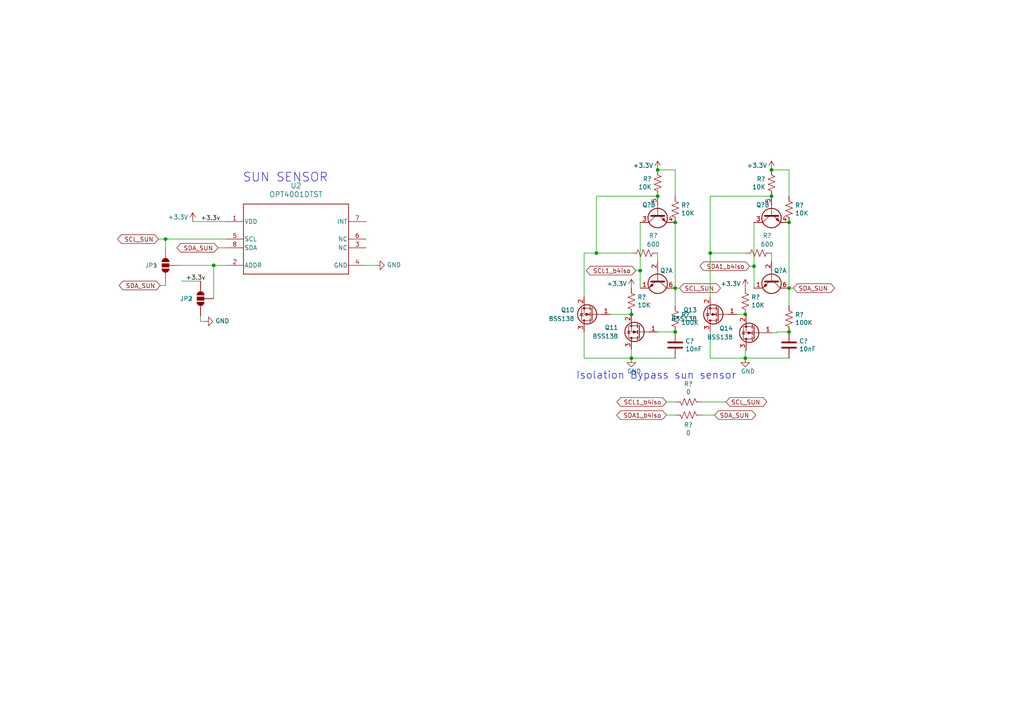
<source format=kicad_sch>
(kicad_sch (version 20230121) (generator eeschema)
  (paper "A4")
  (lib_symbols
    (symbol "Device:C" (pin_numbers hide) (pin_names (offset 0.254))
      (property "Reference" "C" (at 0.635 2.54 0))
      (property "Value" "C" (at 0.635 -2.54 0))
      (symbol "C_0_1"
        (polyline (pts (xy -2.032 -0.762) (xy 2.032 -0.762)) (stroke (width 0.508)))
        (polyline (pts (xy -2.032 0.762) (xy 2.032 0.762)) (stroke (width 0.508)))
      )
      (symbol "C_1_1"
        (pin passive line (at 0 3.81 270) (length 2.794) (name "~") (number "1"))
        (pin passive line (at 0 -3.81 90) (length 2.794) (name "~") (number "2"))
      )
    )
    (symbol "Device:R_US" (pin_numbers hide) (pin_names (offset 0))
      (property "Reference" "R" (at 2.54 0 90))
      (property "Value" "R_US" (at -2.54 0 90))
      (symbol "R_US_0_1"
        (polyline (pts (xy 0 -2.286) (xy 0 -2.54)))
        (polyline (pts (xy 0 2.286) (xy 0 2.54)))
        (polyline (pts (xy 0 -0.762) (xy 1.016 -1.143) (xy 0 -1.524) (xy -1.016 -1.905) (xy 0 -2.286)))
        (polyline (pts (xy 0 0.762) (xy 1.016 0.381) (xy 0 0) (xy -1.016 -0.381) (xy 0 -0.762)))
        (polyline (pts (xy 0 2.286) (xy 1.016 1.905) (xy 0 1.524) (xy -1.016 1.143) (xy 0 0.762)))
      )
      (symbol "R_US_1_1"
        (pin passive line (at 0 3.81 270) (length 1.27) (name "~") (number "1"))
        (pin passive line (at 0 -3.81 90) (length 1.27) (name "~") (number "2"))
      )
    )
    (symbol "OPT4001DTST:OPT4001DTST" (pin_names (offset 0.254))
      (property "Reference" "U" (at 0 2.54 0))
      (property "Value" "OPT4001DTST" (at 0 0 0))
      (symbol "OPT4001DTST_0_1"
        (polyline (pts (xy 5.08 -15.24) (xy 35.56 -15.24)) (stroke (width 0.2032)))
        (polyline (pts (xy 5.08 5.08) (xy 5.08 -15.24)) (stroke (width 0.2032)))
        (polyline (pts (xy 35.56 -15.24) (xy 35.56 5.08)) (stroke (width 0.2032)))
        (polyline (pts (xy 35.56 5.08) (xy 5.08 5.08)) (stroke (width 0.2032)))
        (pin power_in line (at 0 0 0) (length 5.08) (name "VDD") (number "1"))
        (pin input line (at 0 -12.7 0) (length 5.08) (name "ADDR") (number "2"))
        (pin unspecified line (at 40.64 -7.62 180) (length 5.08) (name "NC") (number "3"))
        (pin power_in line (at 40.64 -12.7 180) (length 5.08) (name "GND") (number "4"))
        (pin input line (at 0 -5.08 0) (length 5.08) (name "SCL") (number "5"))
        (pin unspecified line (at 40.64 -5.08 180) (length 5.08) (name "NC") (number "6"))
        (pin open_collector line (at 40.64 0 180) (length 5.08) (name "INT") (number "7"))
        (pin bidirectional line (at 0 -7.62 0) (length 5.08) (name "SDA") (number "8"))
      )
    )
    (symbol "SparkFun-Jumper:SolderJumper_3_Open_No_Silk" (pin_numbers hide) (pin_names (offset 0) hide)
      (property "Reference" "JP" (at -2.54 -2.54 0))
      (property "Value" "~" (at 0 2.794 0))
      (symbol "SolderJumper_3_Open_No_Silk_0_1"
        (arc (start -1.016 1.016) (mid -2.0276 0) (end -1.016 -1.016))
        (arc (start -1.016 1.016) (mid -2.0276 0) (end -1.016 -1.016) (fill (type outline)))
        (rectangle (start -0.508 1.016) (end 0.508 -1.016) (fill (type outline)))
        (polyline (pts (xy -2.54 0) (xy -2.032 0)))
        (polyline (pts (xy -1.016 1.016) (xy -1.016 -1.016)))
        (polyline (pts (xy 0 -1.27) (xy 0 -1.016)))
        (polyline (pts (xy 1.016 1.016) (xy 1.016 -1.016)))
        (polyline (pts (xy 2.54 0) (xy 2.032 0)))
        (arc (start 1.016 -1.016) (mid 2.0276 0) (end 1.016 1.016))
        (arc (start 1.016 -1.016) (mid 2.0276 0) (end 1.016 1.016) (fill (type outline)))
      )
      (symbol "SolderJumper_3_Open_No_Silk_1_1"
        (pin passive line (at -5.08 0 0) (length 2.54) (name "A") (number "1"))
        (pin passive line (at 0 -3.81 90) (length 2.54) (name "C") (number "2"))
        (pin passive line (at 5.08 0 180) (length 2.54) (name "B") (number "3"))
      )
    )
    (symbol "Transistor_BJT:MBT2222ADW1T1" (pin_names (offset 0) hide)
      (property "Reference" "Q" (at 5.08 1.27 0))
      (property "Value" "MBT2222ADW1T1" (at 5.08 -1.27 0))
      (symbol "MBT2222ADW1T1_0_1"
        (polyline (pts (xy 0.635 0) (xy -2.54 0)))
        (polyline (pts (xy 0.635 0.635) (xy 2.54 2.54)))
        (polyline (pts (xy 0.635 -0.635) (xy 2.54 -2.54) (xy 2.54 -2.54)))
        (polyline (pts (xy 0.635 1.905) (xy 0.635 -1.905) (xy 0.635 -1.905)) (stroke (width 0.508)))
        (polyline (pts (xy 1.27 -1.778) (xy 1.778 -1.27) (xy 2.286 -2.286) (xy 1.27 -1.778) (xy 1.27 -1.778)) (fill (type outline)))
        (circle (center 1.27 0) (radius 2.8194) (stroke (width 0.254)))
      )
      (symbol "MBT2222ADW1T1_1_1"
        (pin passive line (at 2.54 -5.08 90) (length 2.54) (name "E1") (number "1"))
        (pin input line (at -5.08 0 0) (length 2.54) (name "B1") (number "2"))
        (pin passive line (at 2.54 5.08 270) (length 2.54) (name "C1") (number "6"))
      )
      (symbol "MBT2222ADW1T1_2_1"
        (pin passive line (at 2.54 5.08 270) (length 2.54) (name "C2") (number "3"))
        (pin passive line (at 2.54 -5.08 90) (length 2.54) (name "E2") (number "4"))
        (pin input line (at -5.08 0 0) (length 2.54) (name "B2") (number "5"))
      )
    )
    (symbol "Transistor_FET:BSS138" (pin_names hide)
      (property "Reference" "Q" (at 5.08 1.905 0))
      (property "Value" "BSS138" (at 5.08 0 0))
      (symbol "BSS138_0_1"
        (polyline (pts (xy 0.254 0) (xy -2.54 0)))
        (polyline (pts (xy 0.254 1.905) (xy 0.254 -1.905)) (stroke (width 0.254)))
        (polyline (pts (xy 0.762 -1.27) (xy 0.762 -2.286)) (stroke (width 0.254)))
        (polyline (pts (xy 0.762 0.508) (xy 0.762 -0.508)) (stroke (width 0.254)))
        (polyline (pts (xy 0.762 2.286) (xy 0.762 1.27)) (stroke (width 0.254)))
        (polyline (pts (xy 2.54 2.54) (xy 2.54 1.778)))
        (polyline (pts (xy 2.54 -2.54) (xy 2.54 0) (xy 0.762 0)))
        (polyline (pts (xy 0.762 -1.778) (xy 3.302 -1.778) (xy 3.302 1.778) (xy 0.762 1.778)))
        (polyline (pts (xy 1.016 0) (xy 2.032 0.381) (xy 2.032 -0.381) (xy 1.016 0)) (fill (type outline)))
        (polyline (pts (xy 2.794 0.508) (xy 2.921 0.381) (xy 3.683 0.381) (xy 3.81 0.254)))
        (polyline (pts (xy 3.302 0.381) (xy 2.921 -0.254) (xy 3.683 -0.254) (xy 3.302 0.381)))
        (circle (center 1.651 0) (radius 2.794) (stroke (width 0.254)))
        (circle (center 2.54 -1.778) (radius 0.254) (fill (type outline)))
        (circle (center 2.54 1.778) (radius 0.254) (fill (type outline)))
      )
      (symbol "BSS138_1_1"
        (pin input line (at -5.08 0 0) (length 2.54) (name "G") (number "1"))
        (pin passive line (at 2.54 -5.08 90) (length 2.54) (name "S") (number "2"))
        (pin passive line (at 2.54 5.08 270) (length 2.54) (name "D") (number "3"))
      )
    )
    (symbol "power:+3.3V" (power) (pin_names (offset 0))
      (property "Value" "+3.3V" (at 0 3.556 0))
      (symbol "+3.3V_0_1"
        (polyline (pts (xy -0.762 1.27) (xy 0 2.54)))
        (polyline (pts (xy 0 0) (xy 0 2.54)))
        (polyline (pts (xy 0 2.54) (xy 0.762 1.27)))
      )
      (symbol "+3.3V_1_1"
        (pin power_in line (at 0 0 90) (length 0) hide (name "+3.3V") (number "1"))
      )
    )
    (symbol "power:GND" (power) (pin_names (offset 0))
      (property "Value" "GND" (at 0 -3.81 0))
      (symbol "GND_0_1"
        (polyline (pts (xy 0 0) (xy 0 -1.27) (xy 1.27 -1.27) (xy 0 -2.54) (xy -1.27 -1.27) (xy 0 -1.27)))
      )
      (symbol "GND_1_1"
        (pin power_in line (at 0 0 270) (length 0) hide (name "GND") (number "1"))
      )
    )
  )
  (junction (at 216.154 103.886))
  (junction (at 205.994 73.406))
  (junction (at 228.854 96.266))
  (junction (at 172.974 73.406))
  (junction (at 190.754 49.276))
  (junction (at 190.754 56.896))
  (junction (at 228.854 64.516))
  (junction (at 218.694 77.216))
  (junction (at 223.774 56.896))
  (junction (at 195.834 96.266))
  (junction (at 216.154 91.186))
  (junction (at 195.834 64.516))
  (junction (at 183.134 103.886))
  (junction (at 228.854 83.566))
  (junction (at 48.006 69.342))
  (junction (at 61.976 76.962))
  (junction (at 183.134 91.186))
  (junction (at 223.774 49.276))
  (junction (at 195.834 83.566))
  (junction (at 185.674 78.486))
  (wire (pts (xy 59.182 93.218) (xy 58.166 93.218)))
  (wire (pts (xy 195.834 120.396) (xy 193.294 120.396)))
  (wire (pts (xy 169.418 73.406) (xy 172.974 73.406)))
  (wire (pts (xy 172.974 56.896) (xy 190.754 56.896)))
  (wire (pts (xy 172.974 56.896) (xy 172.974 73.406)))
  (wire (pts (xy 205.994 103.886) (xy 216.154 103.886)))
  (wire (pts (xy 228.854 88.646) (xy 228.854 83.566)))
  (wire (pts (xy 195.834 88.646) (xy 195.834 83.566)))
  (wire (pts (xy 185.674 64.516) (xy 185.674 78.486)))
  (wire (pts (xy 183.134 103.886) (xy 195.834 103.886)))
  (wire (pts (xy 210.566 116.586) (xy 203.454 116.586)))
  (wire (pts (xy 216.408 101.6) (xy 216.154 101.6)))
  (wire (pts (xy 61.976 76.962) (xy 65.532 76.962)))
  (wire (pts (xy 230.124 83.566) (xy 228.854 83.566)))
  (wire (pts (xy 52.578 81.534) (xy 58.166 81.534)))
  (wire (pts (xy 195.834 64.516) (xy 195.834 83.566)))
  (wire (pts (xy 218.694 64.516) (xy 218.694 77.216)))
  (wire (pts (xy 169.418 103.886) (xy 183.134 103.886)))
  (wire (pts (xy 183.134 103.886) (xy 183.134 101.346)))
  (wire (pts (xy 48.006 82.804) (xy 46.482 82.804)))
  (wire (pts (xy 48.006 71.882) (xy 48.006 69.342)))
  (wire (pts (xy 224.028 96.52) (xy 225.298 96.52)))
  (wire (pts (xy 51.816 76.962) (xy 61.976 76.962)))
  (wire (pts (xy 184.404 78.486) (xy 185.674 78.486)))
  (wire (pts (xy 217.424 77.216) (xy 218.694 77.216)))
  (wire (pts (xy 197.104 83.566) (xy 195.834 83.566)))
  (wire (pts (xy 195.834 116.586) (xy 193.294 116.586)))
  (wire (pts (xy 205.994 96.266) (xy 205.994 103.886)))
  (wire (pts (xy 63.246 71.882) (xy 65.532 71.882)))
  (wire (pts (xy 228.854 64.516) (xy 228.854 83.566)))
  (wire (pts (xy 65.532 64.262) (xy 55.88 64.262)))
  (wire (pts (xy 228.854 56.896) (xy 228.854 49.276)))
  (wire (pts (xy 205.994 86.106) (xy 205.994 73.406)))
  (wire (pts (xy 195.834 56.896) (xy 195.834 49.276)))
  (wire (pts (xy 216.154 73.406) (xy 205.994 73.406)))
  (wire (pts (xy 218.694 77.216) (xy 218.694 83.566)))
  (wire (pts (xy 185.674 78.486) (xy 185.674 83.566)))
  (wire (pts (xy 216.154 91.186) (xy 213.614 91.186)))
  (wire (pts (xy 45.974 69.342) (xy 48.006 69.342)))
  (wire (pts (xy 190.754 75.946) (xy 190.754 73.406)))
  (wire (pts (xy 195.834 49.276) (xy 190.754 49.276)))
  (wire (pts (xy 228.854 49.276) (xy 223.774 49.276)))
  (wire (pts (xy 58.166 93.218) (xy 58.166 91.694)))
  (wire (pts (xy 177.038 91.186) (xy 183.134 91.186)))
  (wire (pts (xy 106.172 76.962) (xy 108.966 76.962)))
  (wire (pts (xy 183.134 73.406) (xy 172.974 73.406)))
  (wire (pts (xy 48.006 82.042) (xy 48.006 82.804)))
  (wire (pts (xy 225.298 96.52) (xy 225.298 96.266)))
  (wire (pts (xy 228.854 103.886) (xy 216.154 103.886)))
  (wire (pts (xy 223.774 75.946) (xy 223.774 73.406)))
  (wire (pts (xy 225.298 96.266) (xy 228.854 96.266)))
  (wire (pts (xy 207.264 120.396) (xy 203.454 120.396)))
  (wire (pts (xy 216.154 101.6) (xy 216.154 103.886)))
  (wire (pts (xy 169.418 86.106) (xy 169.418 73.406)))
  (wire (pts (xy 205.994 73.406) (xy 205.994 56.896)))
  (wire (pts (xy 48.006 69.342) (xy 65.532 69.342)))
  (wire (pts (xy 205.994 56.896) (xy 223.774 56.896)))
  (wire (pts (xy 61.976 76.962) (xy 61.976 86.614)))
  (wire (pts (xy 169.418 96.266) (xy 169.418 103.886)))
  (wire (pts (xy 216.408 91.186) (xy 216.154 91.186)))
  (wire (pts (xy 216.408 91.44) (xy 216.408 91.186)))
  (wire (pts (xy 190.754 96.266) (xy 195.834 96.266)))
  (text "Isolation Bypass sun sensor" (at 213.614 110.236 0) (effects (font (size 2.159 2.159)) (justify right bottom)))
  (text "SUN SENSOR\n\n" (at 70.358 57.15 0) (effects (font (size 2.54 2.54)) (justify left bottom)))
  (label "+3.3v" (at 58.166 64.262 0))
  (label "+3.3v" (at 53.848 81.534 0))
  (global_label "SDA1_b4iso" (shape bidirectional) (at 193.294 120.396 180) (property "Intersheetrefs" "${INTERSHEET_REFS}" (effects hide)))
  (global_label "SDA1_b4iso" (shape bidirectional) (at 217.424 77.216 180) (property "Intersheetrefs" "${INTERSHEET_REFS}" (effects hide)))
  (global_label "SCL_SUN" (shape bidirectional) (at 210.566 116.586 0) (property "Intersheetrefs" "${INTERSHEET_REFS}" (effects hide)))
  (global_label "SDA_SUN" (shape bidirectional) (at 63.246 71.882 180) (property "Intersheetrefs" "${INTERSHEET_REFS}" (effects hide)))
  (global_label "SCL1_b4iso" (shape bidirectional) (at 193.294 116.586 180) (property "Intersheetrefs" "${INTERSHEET_REFS}" (effects hide)))
  (global_label "SCL1_b4iso" (shape bidirectional) (at 184.404 78.486 180) (property "Intersheetrefs" "${INTERSHEET_REFS}" (effects hide)))
  (global_label "SDA_SUN" (shape bidirectional) (at 207.264 120.396 0) (property "Intersheetrefs" "${INTERSHEET_REFS}" (effects hide)))
  (global_label "SCL_SUN" (shape bidirectional) (at 45.974 69.342 180) (property "Intersheetrefs" "${INTERSHEET_REFS}" (effects hide)))
  (global_label "SDA_SUN" (shape bidirectional) (at 230.124 83.566 0) (property "Intersheetrefs" "${INTERSHEET_REFS}" (effects hide)))
  (global_label "SCL_SUN" (shape bidirectional) (at 197.104 83.566 0) (property "Intersheetrefs" "${INTERSHEET_REFS}" (effects hide)))
  (global_label "SDA_SUN" (shape bidirectional) (at 46.482 82.804 180) (property "Intersheetrefs" "${INTERSHEET_REFS}" (effects hide)))
  (symbol (lib_id "Device:R_US") (at 216.154 87.376 180) (unit 1)
    (property "Reference" "R?" (at 217.8812 86.2076 0) (effects (justify right)))
    (property "Value" "10K" (at 217.8812 88.519 0) (effects (justify right)))
    (property "Footprint" "Resistor_SMD:R_0603_1608Metric" (effects hide))
    (instances (project "xpanel" (path "" (reference "R?") (unit 1))) (project "Xpanel_V1_final" (path "" (reference "R26") (unit 1)) (path "" (reference "R29") (unit 1)) (path "" (reference "R29") (unit 1))))
  )
  (symbol (lib_id "Transistor_BJT:MBT2222ADW1T1") (at 223.774 61.976 90) (mirror x) (unit 2)
    (property "Reference" "Q?" (at 221.234 59.436 90))
    (property "Value" "MBT2222ADW1T1" (effects hide))
    (property "Footprint" "Package_TO_SOT_SMD:SOT-363_SC-70-6" (effects hide))
    (property "Datasheet" "http://www.onsemi.com/pub_link/Collateral/MBT2222ADW1T1-D.PDF" (effects hide))
    (instances (project "xpanel" (path "" (reference "Q?") (unit 2)) (path "" (reference "Q?") (unit 2)) (path "" (reference "Q?") (unit 2))) (project "Xpanel_V1_final" (path "" (reference "Q15") (unit 2)) (path "" (reference "Q10") (unit 2)) (path "" (reference "Q10") (unit 2))))
  )
  (symbol (lib_id "Transistor_FET:BSS138") (at 185.674 96.266 180) (unit 1)
    (property "Reference" "Q11" (at 179.324 94.996 0) (effects (justify left)))
    (property "Value" "BSS138" (at 179.324 97.536 0) (effects (justify left)))
    (property "Footprint" "Package_TO_SOT_SMD:SOT-23" (effects hide))
    (property "Datasheet" "https://www.onsemi.com/pub/Collateral/BSS138-D.PDF" (effects hide))
    (instances (project "Xpanel_V1_final" (path "" (reference "Q11") (unit 1)) (path "" (reference "Q3") (unit 1)) (path "" (reference "Q3") (unit 1))))
  )
  (symbol (lib_id "Transistor_BJT:MBT2222ADW1T1") (at 190.754 61.976 90) (mirror x) (unit 2)
    (property "Reference" "Q?" (at 188.214 59.436 90))
    (property "Value" "MBT2222ADW1T1" (effects hide))
    (property "Footprint" "Package_TO_SOT_SMD:SOT-363_SC-70-6" (effects hide))
    (property "Datasheet" "http://www.onsemi.com/pub_link/Collateral/MBT2222ADW1T1-D.PDF" (effects hide))
    (instances (project "xpanel" (path "" (reference "Q?") (unit 2)) (path "" (reference "Q?") (unit 2)) (path "" (reference "Q?") (unit 2))) (project "Xpanel_V1_final" (path "" (reference "Q12") (unit 2)) (path "" (reference "Q4") (unit 2)) (path "" (reference "Q4") (unit 2))))
  )
  (symbol (lib_id "Device:R_US") (at 223.774 53.086 0) (unit 1)
    (property "Reference" "R?" (at 222.0468 51.9176 0) (effects (justify right)))
    (property "Value" "10K" (at 222.0468 54.229 0) (effects (justify right)))
    (property "Footprint" "Resistor_SMD:R_0603_1608Metric" (effects hide))
    (instances (project "xpanel" (path "" (reference "R?") (unit 1))) (project "Xpanel_V1_final" (path "" (reference "R28") (unit 1)) (path "" (reference "R31") (unit 1)) (path "" (reference "R31") (unit 1))))
  )
  (symbol (lib_id "SparkFun-Jumper:SolderJumper_3_Open_No_Silk") (at 58.166 86.614 90) (unit 1)
    (property "Reference" "JP2" (at 55.88 86.614 90) (effects (justify left)))
    (property "Value" "~" (at 55.372 86.614 0))
    (property "Footprint" "SparkFun-Jumper:SMT-JUMPER_3_NO_NO-SILK" (effects hide))
  )
  (symbol (lib_id "Device:C") (at 195.834 100.076 0) (unit 1)
    (property "Reference" "C?" (at 198.755 98.933 0) (effects (justify left)))
    (property "Value" "10nF" (at 198.755 101.219 0) (effects (justify left)))
    (property "Footprint" "Capacitor_SMD:C_0603_1608Metric" (effects hide))
    (instances (project "xpanel" (path "" (reference "C?") (unit 1))) (project "Xpanel_V1_final" (path "" (reference "C5") (unit 1)) (path "" (reference "C10") (unit 1)) (path "" (reference "C10") (unit 1))))
  )
  (symbol (lib_id "Device:R_US") (at 228.854 60.706 180) (unit 1)
    (property "Reference" "R?" (at 230.5812 59.5376 0) (effects (justify right)))
    (property "Value" "10K" (at 230.5812 61.849 0) (effects (justify right)))
    (property "Footprint" "Resistor_SMD:R_0402_1005Metric" (effects hide))
    (instances (project "xpanel" (path "" (reference "R?") (unit 1))) (project "Xpanel_V1_final" (path "" (reference "R29") (unit 1)) (path "" (reference "R33") (unit 1)) (path "" (reference "R33") (unit 1))))
  )
  (symbol (lib_id "Device:R_US") (at 199.644 120.396 90) (mirror x) (unit 1)
    (property "Reference" "R?" (at 199.644 123.2662 90))
    (property "Value" "0" (at 199.644 125.5776 90))
    (property "Footprint" "Resistor_SMD:R_0603_1608Metric" (effects hide))
    (instances (project "xpanel" (path "" (reference "R?") (unit 1))) (project "Xpanel_V1_final" (path "" (reference "R25") (unit 1)) (path "" (reference "R23") (unit 1)) (path "" (reference "R23") (unit 1))))
  )
  (symbol (lib_id "Transistor_FET:BSS138") (at 218.948 96.52 180) (unit 1)
    (property "Reference" "Q14" (at 212.598 95.25 0) (effects (justify left)))
    (property "Value" "BSS138" (at 212.598 97.79 0) (effects (justify left)))
    (property "Footprint" "Package_TO_SOT_SMD:SOT-23" (effects hide))
    (property "Datasheet" "https://www.onsemi.com/pub/Collateral/BSS138-D.PDF" (effects hide))
    (instances (project "Xpanel_V1_final" (path "" (reference "Q14") (unit 1)) (path "" (reference "Q9") (unit 1)) (path "" (reference "Q9") (unit 1))))
  )
  (symbol (lib_id "Device:R_US") (at 186.944 73.406 90) (unit 1)
    (property "Reference" "R?" (at 189.484 68.326 90))
    (property "Value" "600" (at 189.484 70.866 90))
    (property "Footprint" "Resistor_SMD:R_0603_1608Metric" (effects hide))
    (instances (project "xpanel" (path "" (reference "R?") (unit 1))) (project "Xpanel_V1_final" (path "" (reference "R20") (unit 1)) (path "" (reference "R16") (unit 1)) (path "" (reference "R16") (unit 1))))
  )
  (symbol (lib_id "Transistor_FET:BSS138") (at 208.534 91.186 180) (unit 1)
    (property "Reference" "Q13" (at 202.184 89.916 0) (effects (justify left)))
    (property "Value" "BSS138" (at 202.184 92.456 0) (effects (justify left)))
    (property "Footprint" "Package_TO_SOT_SMD:SOT-23" (effects hide))
    (property "Datasheet" "https://www.onsemi.com/pub/Collateral/BSS138-D.PDF" (effects hide))
    (instances (project "Xpanel_V1_final" (path "" (reference "Q13") (unit 1)) (path "" (reference "Q7") (unit 1)) (path "" (reference "Q7") (unit 1))))
  )
  (symbol (lib_id "power:+3.3V") (at 216.154 83.566 0) (mirror y) (unit 1)
    (property "Reference" "#PWR?" (effects hide))
    (property "Value" "+3.3V" (at 214.884 82.296 0) (effects (justify left)))
    (instances (project "xpanel" (path "" (reference "#PWR?") (unit 1))) (project "Xpanel_V1_final" (path "" (reference "#PWR023") (unit 1)) (path "" (reference "#PWR035") (unit 1)) (path "" (reference "#PWR035") (unit 1))))
  )
  (symbol (lib_id "Device:R_US") (at 183.134 87.376 180) (unit 1)
    (property "Reference" "R?" (at 184.8612 86.2076 0) (effects (justify right)))
    (property "Value" "10K" (at 184.8612 88.519 0) (effects (justify right)))
    (property "Footprint" "Resistor_SMD:R_0603_1608Metric" (effects hide))
    (instances (project "xpanel" (path "" (reference "R?") (unit 1))) (project "Xpanel_V1_final" (path "" (reference "R19") (unit 1)) (path "" (reference "R15") (unit 1)) (path "" (reference "R15") (unit 1))))
  )
  (symbol (lib_id "Device:R_US") (at 199.644 116.586 90) (mirror x) (unit 1)
    (property "Reference" "R?" (at 199.644 111.379 90))
    (property "Value" "0" (at 199.644 113.6904 90))
    (property "Footprint" "Resistor_SMD:R_0603_1608Metric" (effects hide))
    (instances (project "xpanel" (path "" (reference "R?") (unit 1))) (project "Xpanel_V1_final" (path "" (reference "R24") (unit 1)) (path "" (reference "R22") (unit 1)) (path "" (reference "R22") (unit 1))))
  )
  (symbol (lib_id "SparkFun-Jumper:SolderJumper_3_Open_No_Silk") (at 48.006 76.962 90) (unit 1)
    (property "Reference" "JP1" (at 45.72 76.962 90) (effects (justify left)))
    (property "Value" "~" (at 45.212 76.962 0))
    (property "Footprint" "SparkFun-Jumper:SMT-JUMPER_3_NO_NO-SILK" (effects hide))
  )
  (symbol (lib_id "power:GND") (at 108.966 76.962 90) (unit 1)
    (property "Reference" "#PWR?" (effects hide))
    (property "Value" "GND" (at 112.2172 76.835 90) (effects (justify right)))
    (instances (project "xpanel" (path "" (reference "#PWR?") (unit 1))) (project "Xpanel_V1_final" (path "" (reference "#PWR018") (unit 1)) (path "" (reference "#PWR028") (unit 1)) (path "" (reference "#PWR028") (unit 1))))
  )
  (symbol (lib_id "power:+3.3V") (at 55.88 64.262 0) (mirror y) (unit 1)
    (property "Reference" "#PWR?" (effects hide))
    (property "Value" "+3.3V" (at 54.61 62.992 0) (effects (justify left)))
    (instances (project "xpanel" (path "" (reference "#PWR?") (unit 1))) (project "Xpanel_V1_final" (path "" (reference "#PWR011") (unit 1)) (path "" (reference "#PWR031") (unit 1)) (path "" (reference "#PWR054") (unit 1))))
  )
  (symbol (lib_id "power:GND") (at 216.154 103.886 0) (mirror y) (unit 1)
    (property "Reference" "#PWR?" (effects hide))
    (property "Value" "GND" (at 214.884 107.696 0) (effects (justify right)))
    (instances (project "xpanel" (path "" (reference "#PWR?") (unit 1))) (project "Xpanel_V1_final" (path "" (reference "#PWR024") (unit 1)) (path "" (reference "#PWR036") (unit 1)) (path "" (reference "#PWR036") (unit 1))))
  )
  (symbol (lib_id "power:+3.3V") (at 190.754 49.276 0) (mirror y) (unit 1)
    (property "Reference" "#PWR?" (effects hide))
    (property "Value" "+3.3V" (at 189.484 48.006 0) (effects (justify left)))
    (instances (project "xpanel" (path "" (reference "#PWR?") (unit 1))) (project "Xpanel_V1_final" (path "" (reference "#PWR011") (unit 1)) (path "" (reference "#PWR031") (unit 1)) (path "" (reference "#PWR031") (unit 1))))
  )
  (symbol (lib_id "Transistor_BJT:MBT2222ADW1T1") (at 190.754 81.026 270) (unit 1)
    (property "Reference" "Q?" (at 193.294 78.486 90))
    (property "Value" "MBT2222ADW1T1" (effects hide))
    (property "Footprint" "Package_TO_SOT_SMD:SOT-363_SC-70-6" (effects hide))
    (property "Datasheet" "http://www.onsemi.com/pub_link/Collateral/MBT2222ADW1T1-D.PDF" (effects hide))
    (instances (project "xpanel" (path "" (reference "Q?") (unit 1)) (path "" (reference "Q?") (unit 1)) (path "" (reference "Q?") (unit 1))) (project "Xpanel_V1_final" (path "" (reference "Q12") (unit 1)) (path "" (reference "Q4") (unit 1)) (path "" (reference "Q4") (unit 1))))
  )
  (symbol (lib_id "OPT4001DTST:OPT4001DTST") (at 65.532 64.262 0) (unit 1)
    (property "Reference" "U2" (at 85.852 53.848 0) (effects (font (size 1.524 1.524))))
    (property "Value" "OPT4001DTST" (at 85.852 56.388 0) (effects (font (size 1.524 1.524))))
    (property "Footprint" "DTS0008A-MFG" (effects hide))
    (property "Datasheet" "OPT4001DTST" (effects hide))
    (instances (project "Xpanel_V1_final" (path "" (reference "U2") (unit 1)) (path "" (reference "U3") (unit 1)) (path "" (reference "U3") (unit 1))))
  )
  (symbol (lib_id "Device:R_US") (at 219.964 73.406 270) (unit 1)
    (property "Reference" "R?" (at 222.504 68.326 90))
    (property "Value" "600" (at 222.504 70.866 90))
    (property "Footprint" "Resistor_SMD:R_0603_1608Metric" (effects hide))
    (instances (project "xpanel" (path "" (reference "R?") (unit 1))) (project "Xpanel_V1_final" (path "" (reference "R27") (unit 1)) (path "" (reference "R30") (unit 1)) (path "" (reference "R30") (unit 1))))
  )
  (symbol (lib_id "Device:C") (at 228.854 100.076 0) (unit 1)
    (property "Reference" "C?" (at 231.775 98.933 0) (effects (justify left)))
    (property "Value" "10nF" (at 231.775 101.219 0) (effects (justify left)))
    (property "Footprint" "Capacitor_SMD:C_0603_1608Metric" (effects hide))
    (instances (project "xpanel" (path "" (reference "C?") (unit 1))) (project "Xpanel_V1_final" (path "" (reference "C6") (unit 1)) (path "" (reference "C12") (unit 1)) (path "" (reference "C12") (unit 1))))
  )
  (symbol (lib_id "Device:R_US") (at 228.854 92.456 180) (unit 1)
    (property "Reference" "R?" (at 230.5812 91.2876 0) (effects (justify right)))
    (property "Value" "100K" (at 230.5812 93.599 0) (effects (justify right)))
    (property "Footprint" "Resistor_SMD:R_0603_1608Metric" (effects hide))
    (instances (project "xpanel" (path "" (reference "R?") (unit 1))) (project "Xpanel_V1_final" (path "" (reference "R30") (unit 1)) (path "" (reference "R34") (unit 1)) (path "" (reference "R34") (unit 1))))
  )
  (symbol (lib_id "Device:R_US") (at 190.754 53.086 0) (unit 1)
    (property "Reference" "R?" (at 189.0268 51.9176 0) (effects (justify right)))
    (property "Value" "10K" (at 189.0268 54.229 0) (effects (justify right)))
    (property "Footprint" "Resistor_SMD:R_0603_1608Metric" (effects hide))
    (instances (project "xpanel" (path "" (reference "R?") (unit 1))) (project "Xpanel_V1_final" (path "" (reference "R21") (unit 1)) (path "" (reference "R17") (unit 1)) (path "" (reference "R17") (unit 1))))
  )
  (symbol (lib_id "Device:R_US") (at 195.834 60.706 180) (unit 1)
    (property "Reference" "R?" (at 197.5612 59.5376 0) (effects (justify right)))
    (property "Value" "10K" (at 197.5612 61.849 0) (effects (justify right)))
    (property "Footprint" "Resistor_SMD:R_0402_1005Metric" (effects hide))
    (instances (project "xpanel" (path "" (reference "R?") (unit 1))) (project "Xpanel_V1_final" (path "" (reference "R22") (unit 1)) (path "" (reference "R19") (unit 1)) (path "" (reference "R19") (unit 1))))
  )
  (symbol (lib_id "Transistor_FET:BSS138") (at 171.958 91.186 180) (unit 1)
    (property "Reference" "Q10" (at 166.624 89.916 0) (effects (justify left)))
    (property "Value" "BSS138" (at 166.624 92.456 0) (effects (justify left)))
    (property "Footprint" "Package_TO_SOT_SMD:SOT-23" (effects hide))
    (property "Datasheet" "https://www.onsemi.com/pub/Collateral/BSS138-D.PDF" (effects hide))
    (instances (project "Xpanel_V1_final" (path "" (reference "Q10") (unit 1)) (path "" (reference "Q1") (unit 1)) (path "" (reference "Q1") (unit 1))))
  )
  (symbol (lib_id "power:+3.3V") (at 183.134 83.566 0) (mirror y) (unit 1)
    (property "Reference" "#PWR?" (effects hide))
    (property "Value" "+3.3V" (at 181.864 82.296 0) (effects (justify left)))
    (instances (project "xpanel" (path "" (reference "#PWR?") (unit 1))) (project "Xpanel_V1_final" (path "" (reference "#PWR09") (unit 1)) (path "" (reference "#PWR029") (unit 1)) (path "" (reference "#PWR029") (unit 1))))
  )
  (symbol (lib_id "power:GND") (at 183.134 103.886 0) (mirror y) (unit 1)
    (property "Reference" "#PWR?" (effects hide))
    (property "Value" "GND" (at 181.864 107.696 0) (effects (justify right)))
    (instances (project "xpanel" (path "" (reference "#PWR?") (unit 1))) (project "Xpanel_V1_final" (path "" (reference "#PWR010") (unit 1)) (path "" (reference "#PWR030") (unit 1)) (path "" (reference "#PWR030") (unit 1))))
  )
  (symbol (lib_id "Transistor_BJT:MBT2222ADW1T1") (at 223.774 81.026 270) (unit 1)
    (property "Reference" "Q?" (at 226.314 78.486 90))
    (property "Value" "MBT2222ADW1T1" (effects hide))
    (property "Footprint" "Package_TO_SOT_SMD:SOT-363_SC-70-6" (effects hide))
    (property "Datasheet" "http://www.onsemi.com/pub_link/Collateral/MBT2222ADW1T1-D.PDF" (effects hide))
    (instances (project "xpanel" (path "" (reference "Q?") (unit 1)) (path "" (reference "Q?") (unit 1)) (path "" (reference "Q?") (unit 1))) (project "Xpanel_V1_final" (path "" (reference "Q15") (unit 1)) (path "" (reference "Q10") (unit 1)) (path "" (reference "Q10") (unit 1))))
  )
  (symbol (lib_id "power:GND") (at 59.182 93.218 90) (unit 1)
    (property "Reference" "#PWR?" (effects hide))
    (property "Value" "GND" (at 62.4332 93.091 90) (effects (justify right)))
    (instances (project "xpanel" (path "" (reference "#PWR?") (unit 1))) (project "Xpanel_V1_final" (path "" (reference "#PWR019") (unit 1)) (path "" (reference "#PWR022") (unit 1)) (path "" (reference "#PWR022") (unit 1))))
  )
  (symbol (lib_id "power:+3.3V") (at 223.774 49.276 0) (mirror y) (unit 1)
    (property "Reference" "#PWR?" (effects hide))
    (property "Value" "+3.3V" (at 222.504 48.006 0) (effects (justify left)))
    (instances (project "xpanel" (path "" (reference "#PWR?") (unit 1))) (project "Xpanel_V1_final" (path "" (reference "#PWR025") (unit 1)) (path "" (reference "#PWR037") (unit 1)) (path "" (reference "#PWR037") (unit 1))))
  )
  (symbol (lib_id "Device:R_US") (at 195.834 92.456 180) (unit 1)
    (property "Reference" "R?" (at 197.5612 91.2876 0) (effects (justify right)))
    (property "Value" "100K" (at 197.5612 93.599 0) (effects (justify right)))
    (property "Footprint" "Resistor_SMD:R_0603_1608Metric" (effects hide))
    (instances (project "xpanel" (path "" (reference "R?") (unit 1))) (project "Xpanel_V1_final" (path "" (reference "R23") (unit 1)) (path "" (reference "R20") (unit 1)) (path "" (reference "R20") (unit 1))))
  )
)
</source>
